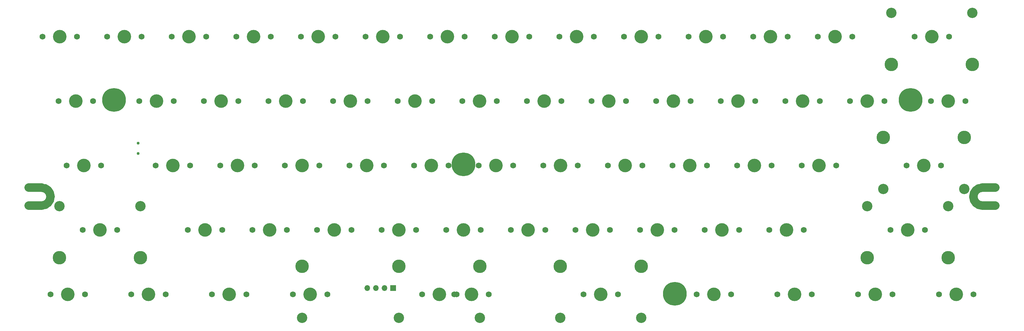
<source format=gbr>
%TF.GenerationSoftware,KiCad,Pcbnew,7.0.5*%
%TF.CreationDate,2024-03-02T17:25:27+09:00*%
%TF.ProjectId,Hotp4ck60,486f7470-3463-46b3-9630-2e6b69636164,rev?*%
%TF.SameCoordinates,Original*%
%TF.FileFunction,Soldermask,Top*%
%TF.FilePolarity,Negative*%
%FSLAX46Y46*%
G04 Gerber Fmt 4.6, Leading zero omitted, Abs format (unit mm)*
G04 Created by KiCad (PCBNEW 7.0.5) date 2024-03-02 17:25:27*
%MOMM*%
%LPD*%
G01*
G04 APERTURE LIST*
%ADD10C,2.501900*%
%ADD11C,1.750000*%
%ADD12C,4.000000*%
%ADD13C,3.048000*%
%ADD14C,3.987800*%
%ADD15R,1.700000X1.700000*%
%ADD16O,1.700000X1.700000*%
%ADD17C,7.001300*%
%ADD18C,7.000240*%
%ADD19C,0.850000*%
G04 APERTURE END LIST*
D10*
%TO.C,H8*%
X71812500Y-152599050D02*
X75612500Y-152599050D01*
X71812500Y-157900950D02*
X75612500Y-157900950D01*
X353012500Y-152599050D02*
X356812500Y-152599050D01*
X353012500Y-157900950D02*
X356862500Y-157900950D01*
X78263450Y-155250000D02*
G75*
G03*
X75612500Y-152599050I-2650949J1D01*
G01*
X75612500Y-157900950D02*
G75*
G03*
X78263450Y-155250000I1J2650949D01*
G01*
X353012500Y-152599050D02*
G75*
G03*
X350361550Y-155250000I0J-2650950D01*
G01*
X350361550Y-155250000D02*
G75*
G03*
X353012500Y-157900950I2650950J0D01*
G01*
%TD*%
D11*
%TO.C,S47*%
X194945000Y-165100000D03*
D12*
X200025000Y-165100000D03*
D11*
X205105000Y-165100000D03*
%TD*%
%TO.C,S15*%
X80645000Y-127000000D03*
D12*
X85725000Y-127000000D03*
D11*
X90805000Y-127000000D03*
%TD*%
D13*
%TO.C,H5*%
X204819250Y-191135000D03*
D14*
X204819250Y-175895000D03*
D13*
X180943250Y-191135000D03*
D14*
X180943250Y-175895000D03*
%TD*%
D11*
%TO.C,S39*%
X280670000Y-146050000D03*
D12*
X285750000Y-146050000D03*
D11*
X290830000Y-146050000D03*
%TD*%
%TO.C,S38*%
X261620000Y-146050000D03*
D12*
X266700000Y-146050000D03*
D11*
X271780000Y-146050000D03*
%TD*%
%TO.C,S11*%
X266382500Y-107950000D03*
D12*
X271462500Y-107950000D03*
D11*
X276542500Y-107950000D03*
%TD*%
%TO.C,S17*%
X123507500Y-127000000D03*
D12*
X128587500Y-127000000D03*
D11*
X133667500Y-127000000D03*
%TD*%
D15*
%TO.C,J3*%
X179300000Y-182265000D03*
D16*
X176760000Y-182265000D03*
X174220000Y-182265000D03*
X171680000Y-182265000D03*
%TD*%
D11*
%TO.C,S50*%
X252095000Y-165100000D03*
D12*
X257175000Y-165100000D03*
D11*
X262255000Y-165100000D03*
%TD*%
%TO.C,S22*%
X218757500Y-127000000D03*
D12*
X223837500Y-127000000D03*
D11*
X228917500Y-127000000D03*
%TD*%
%TO.C,S63*%
X235426250Y-184150000D03*
D12*
X240506250Y-184150000D03*
D11*
X245586250Y-184150000D03*
%TD*%
%TO.C,S10*%
X247332500Y-107950000D03*
D12*
X252412500Y-107950000D03*
D11*
X257492500Y-107950000D03*
%TD*%
%TO.C,S20*%
X180657500Y-127000000D03*
D12*
X185737500Y-127000000D03*
D11*
X190817500Y-127000000D03*
%TD*%
%TO.C,S59*%
X292576250Y-184150000D03*
D12*
X297656250Y-184150000D03*
D11*
X302736250Y-184150000D03*
%TD*%
%TO.C,S58*%
X268763750Y-184150000D03*
D12*
X273843750Y-184150000D03*
D11*
X278923750Y-184150000D03*
%TD*%
%TO.C,S33*%
X166370000Y-146050000D03*
D12*
X171450000Y-146050000D03*
D11*
X176530000Y-146050000D03*
%TD*%
%TO.C,S48*%
X213995000Y-165100000D03*
D12*
X219075000Y-165100000D03*
D11*
X224155000Y-165100000D03*
%TD*%
%TO.C,S21*%
X199707500Y-127000000D03*
D12*
X204787500Y-127000000D03*
D11*
X209867500Y-127000000D03*
%TD*%
%TO.C,S28*%
X337820000Y-127000000D03*
D12*
X342900000Y-127000000D03*
D11*
X347980000Y-127000000D03*
%TD*%
%TO.C,S55*%
X102076250Y-184150000D03*
D12*
X107156250Y-184150000D03*
D11*
X112236250Y-184150000D03*
%TD*%
%TO.C,S30*%
X109220000Y-146050000D03*
D12*
X114300000Y-146050000D03*
D11*
X119380000Y-146050000D03*
%TD*%
%TO.C,S24*%
X256857500Y-127000000D03*
D12*
X261937500Y-127000000D03*
D11*
X267017500Y-127000000D03*
%TD*%
%TO.C,S32*%
X147320000Y-146050000D03*
D12*
X152400000Y-146050000D03*
D11*
X157480000Y-146050000D03*
%TD*%
%TO.C,S8*%
X209232500Y-107950000D03*
D12*
X214312500Y-107950000D03*
D11*
X219392500Y-107950000D03*
%TD*%
%TO.C,S60*%
X316388750Y-184150000D03*
D12*
X321468750Y-184150000D03*
D11*
X326548750Y-184150000D03*
%TD*%
%TO.C,S7*%
X190182500Y-107950000D03*
D12*
X195262500Y-107950000D03*
D11*
X200342500Y-107950000D03*
%TD*%
%TO.C,S3*%
X113982500Y-107950000D03*
D12*
X119062500Y-107950000D03*
D11*
X124142500Y-107950000D03*
%TD*%
%TO.C,S18*%
X142557500Y-127000000D03*
D12*
X147637500Y-127000000D03*
D11*
X152717500Y-127000000D03*
%TD*%
%TO.C,S49*%
X233045000Y-165100000D03*
D12*
X238125000Y-165100000D03*
D11*
X243205000Y-165100000D03*
%TD*%
%TO.C,S9*%
X228282500Y-107950000D03*
D12*
X233362500Y-107950000D03*
D11*
X238442500Y-107950000D03*
%TD*%
D13*
%TO.C,H6*%
X252444250Y-191135000D03*
D14*
X252444250Y-175895000D03*
D13*
X228568250Y-191135000D03*
D14*
X228568250Y-175895000D03*
%TD*%
D11*
%TO.C,S13*%
X304482500Y-107950000D03*
D12*
X309562500Y-107950000D03*
D11*
X314642500Y-107950000D03*
%TD*%
%TO.C,S31*%
X128270000Y-146050000D03*
D12*
X133350000Y-146050000D03*
D11*
X138430000Y-146050000D03*
%TD*%
D13*
%TO.C,H7*%
X252406250Y-191135000D03*
D14*
X252406250Y-175895000D03*
D13*
X152406250Y-191135000D03*
D14*
X152406250Y-175895000D03*
%TD*%
D13*
%TO.C,H4*%
X319055750Y-158115000D03*
D14*
X319055750Y-173355000D03*
D13*
X342931750Y-158115000D03*
D14*
X342931750Y-173355000D03*
%TD*%
D11*
%TO.C,S35*%
X204470000Y-146050000D03*
D12*
X209550000Y-146050000D03*
D11*
X214630000Y-146050000D03*
%TD*%
%TO.C,S44*%
X137795000Y-165100000D03*
D12*
X142875000Y-165100000D03*
D11*
X147955000Y-165100000D03*
%TD*%
%TO.C,S27*%
X314007500Y-127000000D03*
D12*
X319087500Y-127000000D03*
D11*
X324167500Y-127000000D03*
%TD*%
%TO.C,S29*%
X83026250Y-146050000D03*
D12*
X88106250Y-146050000D03*
D11*
X93186250Y-146050000D03*
%TD*%
%TO.C,S5*%
X152082500Y-107950000D03*
D12*
X157162500Y-107950000D03*
D11*
X162242500Y-107950000D03*
%TD*%
%TO.C,S40*%
X299720000Y-146050000D03*
D12*
X304800000Y-146050000D03*
D11*
X309880000Y-146050000D03*
%TD*%
%TO.C,S42*%
X87788750Y-165100000D03*
D12*
X92868750Y-165100000D03*
D11*
X97948750Y-165100000D03*
%TD*%
%TO.C,S54*%
X78263750Y-184150000D03*
D12*
X83343750Y-184150000D03*
D11*
X88423750Y-184150000D03*
%TD*%
%TO.C,S37*%
X242570000Y-146050000D03*
D12*
X247650000Y-146050000D03*
D11*
X252730000Y-146050000D03*
%TD*%
%TO.C,S4*%
X133032500Y-107950000D03*
D12*
X138112500Y-107950000D03*
D11*
X143192500Y-107950000D03*
%TD*%
%TO.C,S34*%
X185420000Y-146050000D03*
D12*
X190500000Y-146050000D03*
D11*
X195580000Y-146050000D03*
%TD*%
%TO.C,S53*%
X325913750Y-165100000D03*
D12*
X330993750Y-165100000D03*
D11*
X336073750Y-165100000D03*
%TD*%
%TO.C,S571*%
X187801250Y-184150000D03*
D12*
X192881250Y-184150000D03*
D11*
X197961250Y-184150000D03*
%TD*%
%TO.C,S41*%
X330676250Y-146050000D03*
D12*
X335756250Y-146050000D03*
D11*
X340836250Y-146050000D03*
%TD*%
%TO.C,S51*%
X271145000Y-165100000D03*
D12*
X276225000Y-165100000D03*
D11*
X281305000Y-165100000D03*
%TD*%
%TO.C,S25*%
X275907500Y-127000000D03*
D12*
X280987500Y-127000000D03*
D11*
X286067500Y-127000000D03*
%TD*%
%TO.C,S36*%
X223520000Y-146050000D03*
D12*
X228600000Y-146050000D03*
D11*
X233680000Y-146050000D03*
%TD*%
%TO.C,S46*%
X175895000Y-165100000D03*
D12*
X180975000Y-165100000D03*
D11*
X186055000Y-165100000D03*
%TD*%
%TO.C,S6*%
X171132500Y-107950000D03*
D12*
X176212500Y-107950000D03*
D11*
X181292500Y-107950000D03*
%TD*%
D13*
%TO.C,H3*%
X80930750Y-158115000D03*
D14*
X80930750Y-173355000D03*
D13*
X104806750Y-158115000D03*
D14*
X104806750Y-173355000D03*
%TD*%
D11*
%TO.C,S19*%
X161607500Y-127000000D03*
D12*
X166687500Y-127000000D03*
D11*
X171767500Y-127000000D03*
%TD*%
%TO.C,S43*%
X118745000Y-165100000D03*
D12*
X123825000Y-165100000D03*
D11*
X128905000Y-165100000D03*
%TD*%
D13*
%TO.C,H2*%
X347694250Y-153035000D03*
D14*
X347694250Y-137795000D03*
D13*
X323818250Y-153035000D03*
D14*
X323818250Y-137795000D03*
%TD*%
D11*
%TO.C,S62*%
X149701250Y-184150000D03*
D12*
X154781250Y-184150000D03*
D11*
X159861250Y-184150000D03*
%TD*%
%TO.C,S61*%
X340201250Y-184150000D03*
D12*
X345281250Y-184150000D03*
D11*
X350361250Y-184150000D03*
%TD*%
%TO.C,S16*%
X104457500Y-127000000D03*
D12*
X109537500Y-127000000D03*
D11*
X114617500Y-127000000D03*
%TD*%
D13*
%TO.C,H1*%
X326199500Y-100965000D03*
D14*
X326199500Y-116205000D03*
D13*
X350075500Y-100965000D03*
D14*
X350075500Y-116205000D03*
%TD*%
D11*
%TO.C,S45*%
X156845000Y-165100000D03*
D12*
X161925000Y-165100000D03*
D11*
X167005000Y-165100000D03*
%TD*%
%TO.C,S56*%
X125888750Y-184150000D03*
D12*
X130968750Y-184150000D03*
D11*
X136048750Y-184150000D03*
%TD*%
%TO.C,S57*%
X197326250Y-184150000D03*
D12*
X202406250Y-184150000D03*
D11*
X207486250Y-184150000D03*
%TD*%
%TO.C,S26*%
X294957500Y-127000000D03*
D12*
X300037500Y-127000000D03*
D11*
X305117500Y-127000000D03*
%TD*%
%TO.C,S2*%
X94932500Y-107950000D03*
D12*
X100012500Y-107950000D03*
D11*
X105092500Y-107950000D03*
%TD*%
%TO.C,S12*%
X285432500Y-107950000D03*
D12*
X290512500Y-107950000D03*
D11*
X295592500Y-107950000D03*
%TD*%
%TO.C,S23*%
X237807500Y-127000000D03*
D12*
X242887500Y-127000000D03*
D11*
X247967500Y-127000000D03*
%TD*%
%TO.C,S1*%
X75882500Y-107950000D03*
D12*
X80962500Y-107950000D03*
D11*
X86042500Y-107950000D03*
%TD*%
%TO.C,S52*%
X290195000Y-165100000D03*
D12*
X295275000Y-165100000D03*
D11*
X300355000Y-165100000D03*
%TD*%
D17*
%TO.C,H8*%
X97012500Y-126650000D03*
D18*
X200012500Y-145750000D03*
X262312500Y-183950000D03*
X331862500Y-126650000D03*
%TD*%
D11*
%TO.C,S14*%
X333057500Y-107950000D03*
D12*
X338137500Y-107950000D03*
D11*
X343217500Y-107950000D03*
%TD*%
D19*
%TO.C,SW2*%
X104090000Y-139490000D03*
X104090000Y-142490000D03*
%TD*%
M02*

</source>
